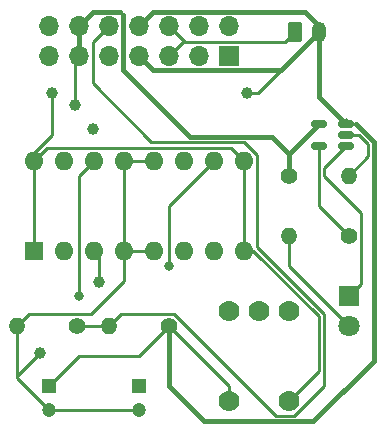
<source format=gbr>
%TF.GenerationSoftware,KiCad,Pcbnew,8.0.1*%
%TF.CreationDate,2024-03-30T16:35:56+02:00*%
%TF.ProjectId,Design PCB assignment,44657369-676e-4205-9043-422061737369,rev?*%
%TF.SameCoordinates,Original*%
%TF.FileFunction,Copper,L1,Top*%
%TF.FilePolarity,Positive*%
%FSLAX46Y46*%
G04 Gerber Fmt 4.6, Leading zero omitted, Abs format (unit mm)*
G04 Created by KiCad (PCBNEW 8.0.1) date 2024-03-30 16:35:56*
%MOMM*%
%LPD*%
G01*
G04 APERTURE LIST*
G04 Aperture macros list*
%AMRoundRect*
0 Rectangle with rounded corners*
0 $1 Rounding radius*
0 $2 $3 $4 $5 $6 $7 $8 $9 X,Y pos of 4 corners*
0 Add a 4 corners polygon primitive as box body*
4,1,4,$2,$3,$4,$5,$6,$7,$8,$9,$2,$3,0*
0 Add four circle primitives for the rounded corners*
1,1,$1+$1,$2,$3*
1,1,$1+$1,$4,$5*
1,1,$1+$1,$6,$7*
1,1,$1+$1,$8,$9*
0 Add four rect primitives between the rounded corners*
20,1,$1+$1,$2,$3,$4,$5,0*
20,1,$1+$1,$4,$5,$6,$7,0*
20,1,$1+$1,$6,$7,$8,$9,0*
20,1,$1+$1,$8,$9,$2,$3,0*%
G04 Aperture macros list end*
%TA.AperFunction,ComponentPad*%
%ADD10C,1.778000*%
%TD*%
%TA.AperFunction,SMDPad,CuDef*%
%ADD11C,1.000000*%
%TD*%
%TA.AperFunction,ComponentPad*%
%ADD12RoundRect,0.250000X-0.350000X-0.625000X0.350000X-0.625000X0.350000X0.625000X-0.350000X0.625000X0*%
%TD*%
%TA.AperFunction,ComponentPad*%
%ADD13O,1.200000X1.750000*%
%TD*%
%TA.AperFunction,ComponentPad*%
%ADD14C,1.400000*%
%TD*%
%TA.AperFunction,ComponentPad*%
%ADD15O,1.400000X1.400000*%
%TD*%
%TA.AperFunction,ComponentPad*%
%ADD16R,1.600000X1.600000*%
%TD*%
%TA.AperFunction,ComponentPad*%
%ADD17O,1.600000X1.600000*%
%TD*%
%TA.AperFunction,ComponentPad*%
%ADD18R,1.200000X1.200000*%
%TD*%
%TA.AperFunction,ComponentPad*%
%ADD19C,1.200000*%
%TD*%
%TA.AperFunction,ComponentPad*%
%ADD20R,1.700000X1.700000*%
%TD*%
%TA.AperFunction,ComponentPad*%
%ADD21O,1.700000X1.700000*%
%TD*%
%TA.AperFunction,SMDPad,CuDef*%
%ADD22RoundRect,0.150000X0.512500X0.150000X-0.512500X0.150000X-0.512500X-0.150000X0.512500X-0.150000X0*%
%TD*%
%TA.AperFunction,ComponentPad*%
%ADD23R,1.800000X1.800000*%
%TD*%
%TA.AperFunction,ComponentPad*%
%ADD24C,1.800000*%
%TD*%
%TA.AperFunction,ViaPad*%
%ADD25C,0.800000*%
%TD*%
%TA.AperFunction,Conductor*%
%ADD26C,0.400000*%
%TD*%
%TA.AperFunction,Conductor*%
%ADD27C,0.250000*%
%TD*%
G04 APERTURE END LIST*
D10*
%TO.P,SW1,1,1*%
%TO.N,Net-(U1-EN1\u002C2)*%
X99060000Y-82550000D03*
%TO.P,SW1,2,2*%
%TO.N,BATT +*%
X93980000Y-82550000D03*
%TO.P,SW1,3*%
%TO.N,N/C*%
X93980000Y-74930000D03*
%TO.P,SW1,4*%
X96520000Y-74930000D03*
%TO.P,SW1,5*%
X99060000Y-74930000D03*
%TD*%
D11*
%TO.P,TP6,1,1*%
%TO.N,Motor2_A*%
X82500000Y-59500000D03*
%TD*%
D12*
%TO.P,J1,1,Pin_1*%
%TO.N,GND*%
X99600000Y-51340000D03*
D13*
%TO.P,J1,2,Pin_2*%
%TO.N,BATT +*%
X101600000Y-51340000D03*
%TD*%
D14*
%TO.P,Rprog1,1*%
%TO.N,Net-(U2-PROG)*%
X104140000Y-68580000D03*
D15*
%TO.P,Rprog1,2*%
%TO.N,Net-(U2-V_{SS})*%
X104140000Y-63500000D03*
%TD*%
D11*
%TO.P,TP7,1,1*%
%TO.N,Motor1_B*%
X83000000Y-72500000D03*
%TD*%
D14*
%TO.P,Rled1,1*%
%TO.N,5V*%
X99060000Y-63500000D03*
D15*
%TO.P,Rled1,2*%
%TO.N,Net-(charging1-A)*%
X99060000Y-68580000D03*
%TD*%
D16*
%TO.P,U1,1,EN1\u002C2*%
%TO.N,BATT +*%
X77485000Y-69840000D03*
D17*
%TO.P,U1,2,1A*%
%TO.N,PWM1*%
X80025000Y-69840000D03*
%TO.P,U1,3,1Y*%
%TO.N,Motor1_B*%
X82565000Y-69840000D03*
%TO.P,U1,4,GND*%
%TO.N,GND*%
X85105000Y-69840000D03*
%TO.P,U1,5,GND*%
X87645000Y-69840000D03*
%TO.P,U1,6,2Y*%
%TO.N,Motor1_A*%
X90185000Y-69840000D03*
%TO.P,U1,7,2A*%
%TO.N,PWM2*%
X92725000Y-69840000D03*
%TO.P,U1,8,VCC2*%
%TO.N,BATT +*%
X95265000Y-69840000D03*
%TO.P,U1,9,EN3\u002C4*%
X95265000Y-62220000D03*
%TO.P,U1,10,3A*%
%TO.N,PWM3*%
X92725000Y-62220000D03*
%TO.P,U1,11,3Y*%
%TO.N,Motor2_B*%
X90185000Y-62220000D03*
%TO.P,U1,12,GND*%
%TO.N,GND*%
X87645000Y-62220000D03*
%TO.P,U1,13,GND*%
X85105000Y-62220000D03*
%TO.P,U1,14,4Y*%
%TO.N,Motor2_A*%
X82565000Y-62220000D03*
%TO.P,U1,15,4A*%
%TO.N,PWM4*%
X80025000Y-62220000D03*
%TO.P,U1,16,VCC1*%
%TO.N,BATT +*%
X77485000Y-62220000D03*
%TD*%
D11*
%TO.P,TP3,1,1*%
%TO.N,GND*%
X78000000Y-78500000D03*
%TD*%
%TO.P,TP4,1,1*%
%TO.N,5V*%
X81000000Y-57500000D03*
%TD*%
%TO.P,TP2,1,1*%
%TO.N,BATT +*%
X79000000Y-56500000D03*
%TD*%
D14*
%TO.P,R9,1*%
%TO.N,BATT +*%
X88900000Y-76200000D03*
D15*
%TO.P,R9,2*%
%TO.N,BATT_ADC*%
X83820000Y-76200000D03*
%TD*%
D14*
%TO.P,R10,1*%
%TO.N,BATT_ADC*%
X81170000Y-76200000D03*
D15*
%TO.P,R10,2*%
%TO.N,GND*%
X76090000Y-76200000D03*
%TD*%
D18*
%TO.P,C2,1*%
%TO.N,BATT +*%
X78740000Y-81280000D03*
D19*
%TO.P,C2,2*%
%TO.N,GND*%
X78740000Y-83280000D03*
%TD*%
D20*
%TO.P,J2,1,Pin_1*%
%TO.N,Motor2_A*%
X93980000Y-53340000D03*
D21*
%TO.P,J2,2,Pin_2*%
%TO.N,PWM1*%
X93980000Y-50800000D03*
%TO.P,J2,3,Pin_3*%
%TO.N,Motor2_B*%
X91440000Y-53340000D03*
%TO.P,J2,4,Pin_4*%
%TO.N,PWM2*%
X91440000Y-50800000D03*
%TO.P,J2,5,Pin_5*%
%TO.N,GND*%
X88900000Y-53340000D03*
%TO.P,J2,6,Pin_6*%
X88900000Y-50800000D03*
%TO.P,J2,7,Pin_7*%
%TO.N,BATT +*%
X86360000Y-53340000D03*
%TO.P,J2,8,Pin_8*%
X86360000Y-50800000D03*
%TO.P,J2,9,Pin_9*%
%TO.N,RESV*%
X83820000Y-53340000D03*
%TO.P,J2,10,Pin_10*%
%TO.N,BATT_ADC*%
X83820000Y-50800000D03*
%TO.P,J2,11,Pin_11*%
%TO.N,5V*%
X81280000Y-53340000D03*
%TO.P,J2,12,Pin_12*%
X81280000Y-50800000D03*
%TO.P,J2,13,Pin_13*%
%TO.N,Motor1_A*%
X78740000Y-53340000D03*
%TO.P,J2,14,Pin_14*%
%TO.N,PWM3*%
X78740000Y-50800000D03*
%TD*%
D22*
%TO.P,U2,1,STAT*%
%TO.N,Net-(U2-STAT)*%
X103875000Y-60960000D03*
%TO.P,U2,2,V_{SS}*%
%TO.N,Net-(U2-V_{SS})*%
X103875000Y-60010000D03*
%TO.P,U2,3,V_{BAT}*%
%TO.N,BATT +*%
X103875000Y-59060000D03*
%TO.P,U2,4,V_{DD}*%
%TO.N,5V*%
X101600000Y-59060000D03*
%TO.P,U2,5,PROG*%
%TO.N,Net-(U2-PROG)*%
X101600000Y-60960000D03*
%TD*%
D11*
%TO.P,TP1,1,1*%
%TO.N,BATT +*%
X95500000Y-56500000D03*
%TD*%
D18*
%TO.P,C1,1*%
%TO.N,5V*%
X86360000Y-81280000D03*
D19*
%TO.P,C1,2*%
%TO.N,GND*%
X86360000Y-83280000D03*
%TD*%
D23*
%TO.P,charging1,1,K*%
%TO.N,Net-(U2-STAT)*%
X104140000Y-73660000D03*
D24*
%TO.P,charging1,2,A*%
%TO.N,Net-(charging1-A)*%
X104140000Y-76200000D03*
%TD*%
D25*
%TO.N,Motor2_A*%
X81280000Y-73660000D03*
%TO.N,PWM3*%
X88900000Y-71120000D03*
%TD*%
D26*
%TO.N,5V*%
X90675000Y-60195000D02*
X84995000Y-54515000D01*
X84764656Y-49629656D02*
X82450344Y-49629656D01*
X99060000Y-61600000D02*
X97655000Y-60195000D01*
D27*
X81000000Y-53620000D02*
X81280000Y-53340000D01*
X81000000Y-57500000D02*
X81000000Y-53620000D01*
D26*
X99060000Y-61600000D02*
X101600000Y-59060000D01*
D27*
X84995000Y-49860000D02*
X84764656Y-49629656D01*
D26*
X99060000Y-63500000D02*
X99060000Y-61600000D01*
X81280000Y-50800000D02*
X81280000Y-53340000D01*
X84995000Y-54515000D02*
X84995000Y-49860000D01*
X97655000Y-60195000D02*
X90675000Y-60195000D01*
X82450344Y-49629656D02*
X81280000Y-50800000D01*
D27*
%TO.N,GND*%
X78740000Y-83280000D02*
X86360000Y-83280000D01*
X85105000Y-69840000D02*
X85105000Y-62220000D01*
X78000000Y-78500000D02*
X76090000Y-80410000D01*
X88900000Y-50800000D02*
X90265000Y-52165000D01*
X76090000Y-80410000D02*
X76090000Y-80630000D01*
X82299896Y-75180104D02*
X85105000Y-72375000D01*
X77109896Y-75180104D02*
X82299896Y-75180104D01*
X76090000Y-76200000D02*
X77109896Y-75180104D01*
X85105000Y-69840000D02*
X87645000Y-69840000D01*
X90075000Y-52165000D02*
X90265000Y-52165000D01*
X90265000Y-52165000D02*
X98775000Y-52165000D01*
X85105000Y-72375000D02*
X85105000Y-69840000D01*
X76090000Y-80630000D02*
X78740000Y-83280000D01*
X85105000Y-62220000D02*
X87645000Y-62220000D01*
X76090000Y-76200000D02*
X76090000Y-80630000D01*
X98775000Y-52165000D02*
X99600000Y-51340000D01*
X76200000Y-76200000D02*
X76090000Y-76200000D01*
X88900000Y-53340000D02*
X90075000Y-52165000D01*
%TO.N,BATT +*%
X79000000Y-60068604D02*
X77166802Y-61901802D01*
X78740000Y-81280000D02*
X81280000Y-78740000D01*
D26*
X91890000Y-84270000D02*
X101150000Y-84270000D01*
D27*
X104727792Y-59060000D02*
X103875000Y-59060000D01*
X96440000Y-56500000D02*
X98425000Y-54515000D01*
D26*
X88900000Y-76200000D02*
X88900000Y-81280000D01*
D27*
X81280000Y-78740000D02*
X86360000Y-78740000D01*
X103875000Y-58685000D02*
X103875000Y-59060000D01*
D26*
X87535000Y-54515000D02*
X98425000Y-54515000D01*
X86360000Y-53340000D02*
X87535000Y-54515000D01*
D27*
X101600000Y-50800000D02*
X101600000Y-51340000D01*
X86360000Y-78740000D02*
X88900000Y-76200000D01*
D26*
X98425000Y-54515000D02*
X101600000Y-51340000D01*
X101600000Y-56785000D02*
X101600000Y-51340000D01*
X106255000Y-60587208D02*
X104727792Y-59060000D01*
D27*
X79000000Y-56500000D02*
X79000000Y-60068604D01*
D26*
X86360000Y-50800000D02*
X87530344Y-49629656D01*
X87530344Y-49629656D02*
X100429656Y-49629656D01*
X103875000Y-59060000D02*
X101600000Y-56785000D01*
X88900000Y-81280000D02*
X91890000Y-84270000D01*
D27*
X88900000Y-76200000D02*
X93980000Y-81280000D01*
D26*
X106255000Y-79165000D02*
X106255000Y-60587208D01*
D27*
X95500000Y-56500000D02*
X96440000Y-56500000D01*
D26*
X101150000Y-84270000D02*
X106255000Y-79165000D01*
X100429656Y-49629656D02*
X101600000Y-50800000D01*
D27*
X93980000Y-81280000D02*
X93980000Y-82550000D01*
%TO.N,Net-(U2-STAT)*%
X102050000Y-63500000D02*
X102050000Y-62785000D01*
X102050000Y-62785000D02*
X103875000Y-60960000D01*
X105165000Y-72635000D02*
X105165000Y-66615000D01*
X104140000Y-73660000D02*
X105165000Y-72635000D01*
X105165000Y-66615000D02*
X102050000Y-63500000D01*
%TO.N,Net-(charging1-A)*%
X99060000Y-68580000D02*
X99060000Y-71120000D01*
X99060000Y-71120000D02*
X104140000Y-76200000D01*
%TO.N,Motor2_A*%
X81280000Y-63505000D02*
X82565000Y-62220000D01*
X81280000Y-73660000D02*
X81280000Y-63505000D01*
%TO.N,BATT_ADC*%
X96390000Y-69528604D02*
X102050000Y-75188604D01*
X95273878Y-60645000D02*
X96390000Y-61761122D01*
X102050000Y-75188604D02*
X102050000Y-81275134D01*
X89327868Y-75180104D02*
X84839896Y-75180104D01*
X81170000Y-76200000D02*
X83820000Y-76200000D01*
X97967764Y-83820000D02*
X89327868Y-75180104D01*
X99505134Y-83820000D02*
X97967764Y-83820000D01*
X96390000Y-61761122D02*
X96390000Y-69528604D01*
X82455000Y-52165000D02*
X82455000Y-55666122D01*
X87433878Y-60645000D02*
X95273878Y-60645000D01*
X83820000Y-50800000D02*
X82455000Y-52165000D01*
X84839896Y-75180104D02*
X83820000Y-76200000D01*
X102050000Y-81275134D02*
X99505134Y-83820000D01*
X82455000Y-55666122D02*
X87433878Y-60645000D01*
%TO.N,PWM3*%
X88900000Y-66045000D02*
X92725000Y-62220000D01*
X88900000Y-71120000D02*
X88900000Y-66045000D01*
%TO.N,Net-(U2-PROG)*%
X104140000Y-68580000D02*
X101600000Y-66040000D01*
X101600000Y-66040000D02*
X101600000Y-60960000D01*
%TO.N,Net-(U2-V_{SS})*%
X105805000Y-61835000D02*
X105805000Y-60773604D01*
X105805000Y-60773604D02*
X105041396Y-60010000D01*
X105041396Y-60010000D02*
X103875000Y-60010000D01*
X104140000Y-63500000D02*
X105805000Y-61835000D01*
%TO.N,Motor1_B*%
X83000000Y-70275000D02*
X82565000Y-69840000D01*
X83000000Y-72500000D02*
X83000000Y-70275000D01*
%TO.N,Net-(U1-EN1\u002C2)*%
X78610000Y-61095000D02*
X94140000Y-61095000D01*
X77485000Y-62220000D02*
X78610000Y-61095000D01*
X77485000Y-69840000D02*
X77485000Y-62220000D01*
X95265000Y-69840000D02*
X95265000Y-62220000D01*
X101600000Y-80010000D02*
X99060000Y-82550000D01*
X95265000Y-69840000D02*
X96065000Y-69840000D01*
X94140000Y-61095000D02*
X95265000Y-62220000D01*
X101600000Y-75375000D02*
X101600000Y-80010000D01*
X96065000Y-69840000D02*
X101600000Y-75375000D01*
%TD*%
M02*

</source>
